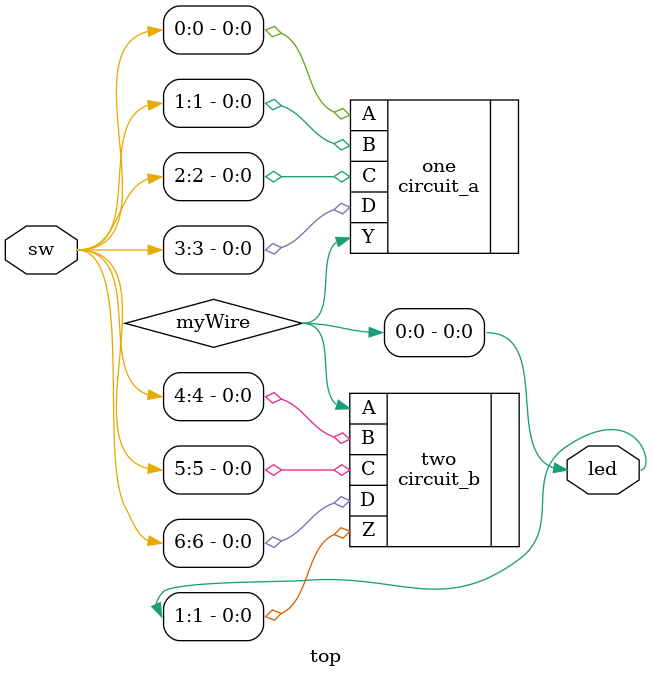
<source format=v>
module top(
    input [6:0] sw,
    output [1:0] led
    
    

);
  wire myWire;

    circuit_a one(
    .A(sw[0]),
    .B(sw[1]),
    .C(sw[2]),
    .D(sw[3]),
    .Y(myWire)
    
);

    
    circuit_b two(
    .A(myWire),    
    .B(sw[4]),
    .C(sw[5]),
    .D(sw[6]),
    .Z(led[1])
);
   
assign led[0] = myWire;
endmodule
</source>
